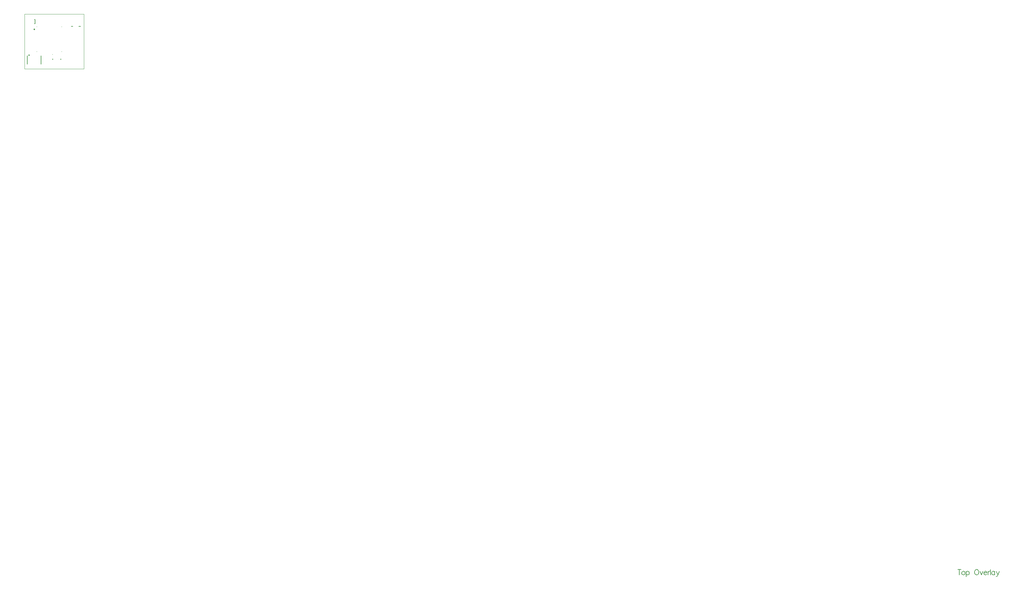
<source format=gto>
G04*
G04 #@! TF.GenerationSoftware,Altium Limited,Altium Designer,22.4.2 (48)*
G04*
G04 Layer_Color=65535*
%FSLAX24Y24*%
%MOIN*%
G70*
G04*
G04 #@! TF.SameCoordinates,09D1A8E4-E44A-436B-8A94-970E0EB30887*
G04*
G04*
G04 #@! TF.FilePolarity,Positive*
G04*
G01*
G75*
%ADD10C,0.0098*%
%ADD11C,0.0080*%
%ADD12C,0.0079*%
%ADD13C,0.0050*%
%ADD14C,0.0059*%
%ADD15C,0.0039*%
D10*
X1133Y4410D02*
G03*
X1133Y4410I-49J0D01*
G01*
D11*
X3124Y1600D02*
G03*
X3124Y1600I-10J0D01*
G01*
D12*
X1376Y1942D02*
X1376Y1932D01*
X1366Y1942D02*
X1376Y1942D01*
X4132Y1942D02*
X4142Y1942D01*
X4132Y1942D02*
X4132Y1932D01*
X4132Y4698D02*
X4132Y4708D01*
X4132Y4698D02*
X4142Y4698D01*
X1366Y4698D02*
X1376Y4698D01*
X1376Y4708D01*
X6041Y4749D02*
X6218Y4749D01*
X5194Y4749D02*
X5371Y4749D01*
X1154Y5034D02*
X1154Y5507D01*
X1110Y5507D02*
X1154Y5507D01*
X1110Y5034D02*
X1154Y5034D01*
X473Y1510D02*
X473Y1576D01*
X538Y1576D01*
X538Y1510D01*
X473Y1510D01*
D13*
X292Y528D02*
X292Y1472D01*
X1828Y528D02*
X1828Y1472D01*
X3133Y1027D02*
X3133Y1133D01*
X4031Y1031D02*
X4031Y1133D01*
D14*
X104017Y-55740D02*
X104017Y-56330D01*
X103820Y-55740D02*
X104214Y-55740D01*
X104424Y-55936D02*
X104368Y-55964D01*
X104312Y-56021D01*
X104284Y-56105D01*
X104284Y-56161D01*
X104312Y-56246D01*
X104368Y-56302D01*
X104424Y-56330D01*
X104509Y-56330D01*
X104565Y-56302D01*
X104621Y-56246D01*
X104649Y-56161D01*
X104649Y-56105D01*
X104621Y-56021D01*
X104565Y-55964D01*
X104509Y-55936D01*
X104424Y-55936D01*
X104779Y-55936D02*
X104779Y-56527D01*
X104779Y-56021D02*
X104835Y-55964D01*
X104891Y-55936D01*
X104976Y-55936D01*
X105032Y-55964D01*
X105088Y-56021D01*
X105116Y-56105D01*
X105116Y-56161D01*
X105088Y-56246D01*
X105032Y-56302D01*
X104976Y-56330D01*
X104891Y-56330D01*
X104835Y-56302D01*
X104779Y-56246D01*
X105875Y-55740D02*
X105819Y-55768D01*
X105763Y-55824D01*
X105735Y-55880D01*
X105707Y-55964D01*
X105707Y-56105D01*
X105735Y-56189D01*
X105763Y-56246D01*
X105819Y-56302D01*
X105875Y-56330D01*
X105988Y-56330D01*
X106044Y-56302D01*
X106100Y-56246D01*
X106128Y-56189D01*
X106156Y-56105D01*
X106156Y-55964D01*
X106128Y-55880D01*
X106100Y-55824D01*
X106044Y-55768D01*
X105988Y-55740D01*
X105875Y-55740D01*
X106294Y-55936D02*
X106463Y-56330D01*
X106632Y-55936D02*
X106463Y-56330D01*
X106727Y-56105D02*
X107065Y-56105D01*
X107065Y-56049D01*
X107036Y-55993D01*
X107008Y-55964D01*
X106952Y-55936D01*
X106868Y-55936D01*
X106811Y-55964D01*
X106755Y-56021D01*
X106727Y-56105D01*
X106727Y-56161D01*
X106755Y-56246D01*
X106811Y-56302D01*
X106868Y-56330D01*
X106952Y-56330D01*
X107008Y-56302D01*
X107065Y-56246D01*
X107191Y-55936D02*
X107191Y-56330D01*
X107191Y-56105D02*
X107219Y-56021D01*
X107275Y-55964D01*
X107332Y-55936D01*
X107416Y-55936D01*
X107469Y-55740D02*
X107469Y-56330D01*
X107930Y-55936D02*
X107930Y-56330D01*
X107930Y-56021D02*
X107874Y-55964D01*
X107818Y-55936D01*
X107734Y-55936D01*
X107677Y-55964D01*
X107621Y-56021D01*
X107593Y-56105D01*
X107593Y-56161D01*
X107621Y-56246D01*
X107677Y-56302D01*
X107734Y-56330D01*
X107818Y-56330D01*
X107874Y-56302D01*
X107930Y-56246D01*
X108116Y-55936D02*
X108285Y-56330D01*
X108453Y-55936D02*
X108285Y-56330D01*
X108229Y-56442D01*
X108172Y-56499D01*
X108116Y-56527D01*
X108088Y-56527D01*
D15*
X0Y0D02*
X0Y6102D01*
X0Y0D02*
X6600Y0D01*
X6600Y6102D01*
X0Y6102D02*
X6600Y6102D01*
M02*

</source>
